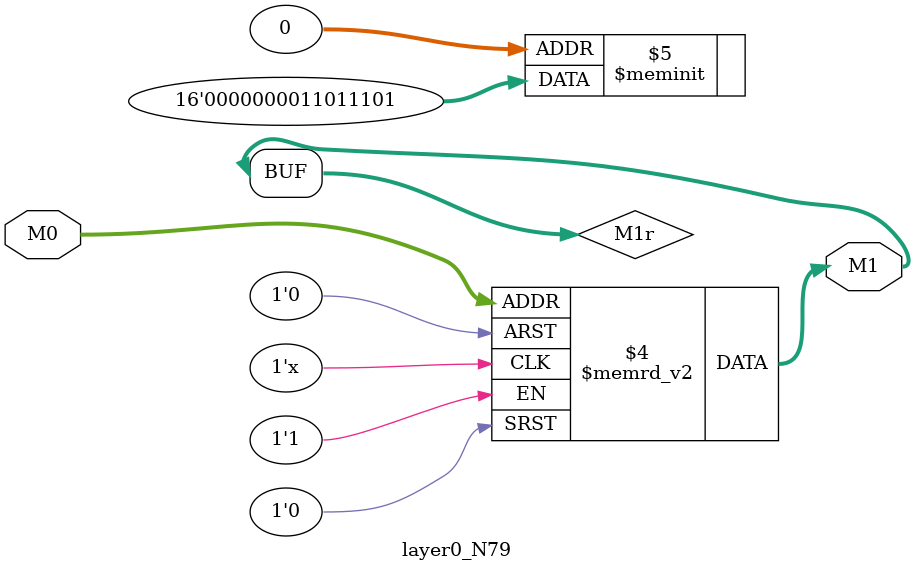
<source format=v>
module layer0_N79 ( input [2:0] M0, output [1:0] M1 );

	(*rom_style = "distributed" *) reg [1:0] M1r;
	assign M1 = M1r;
	always @ (M0) begin
		case (M0)
			3'b000: M1r = 2'b01;
			3'b100: M1r = 2'b00;
			3'b010: M1r = 2'b01;
			3'b110: M1r = 2'b00;
			3'b001: M1r = 2'b11;
			3'b101: M1r = 2'b00;
			3'b011: M1r = 2'b11;
			3'b111: M1r = 2'b00;

		endcase
	end
endmodule

</source>
